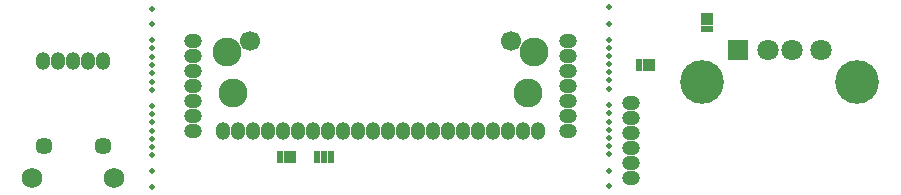
<source format=gbr>
G04 DipTrace 2.4.0.2*
%INBottomMask.gbr*%
%MOIN*%
%ADD44C,0.0669*%
%ADD45C,0.02*%
%ADD58R,0.04X0.024*%
%ADD60R,0.024X0.04*%
%ADD64O,0.0496X0.0592*%
%ADD66O,0.0592X0.0496*%
%ADD70C,0.0691*%
%ADD72C,0.0572*%
%ADD76C,0.1458*%
%ADD78C,0.071*%
%ADD80R,0.071X0.071*%
%ADD82C,0.0966*%
%FSLAX44Y44*%
G04*
G70*
G90*
G75*
G01*
%LNBotMask*%
%LPD*%
D82*
X21483Y7337D3*
X11458Y8693D3*
X11665Y7346D3*
X21693Y8693D3*
D44*
X20909Y9087D3*
X12227D3*
D80*
X28508Y8758D3*
D78*
X29492D3*
X30279D3*
X31264D3*
D76*
X27299Y7691D3*
X32472D3*
D72*
X5346Y5568D3*
X7314D3*
D70*
X4952Y4505D3*
X7708D3*
D66*
X10318Y9068D3*
Y8568D3*
Y8068D3*
Y7568D3*
Y7068D3*
Y6568D3*
Y6068D3*
D64*
X11318D3*
X11818D3*
X12318D3*
X12818D3*
X13318D3*
X13818D3*
X14318D3*
X14818D3*
X15318D3*
X15818D3*
X16318D3*
X16818D3*
X17318D3*
X17818D3*
X18318D3*
X18818D3*
X19318D3*
X19818D3*
X20318D3*
X20818D3*
X21318D3*
X21818D3*
D66*
X22818D3*
Y6568D3*
Y7068D3*
Y7568D3*
Y8068D3*
Y8568D3*
Y9068D3*
D60*
X13663Y5193D3*
X13443D3*
X13223D3*
X14473D3*
X14693D3*
X14913D3*
D58*
X27443Y9473D3*
Y9693D3*
Y9913D3*
D45*
X24180Y9646D3*
Y5559D3*
Y6105D3*
Y5832D3*
Y4751D3*
Y5298D3*
Y8566D3*
Y9112D3*
Y8839D3*
Y7484D3*
Y10193D3*
Y8031D3*
Y7758D3*
Y6677D3*
Y6950D3*
Y8304D3*
Y6378D3*
Y4239D3*
D66*
X24912Y7019D3*
Y6519D3*
Y6019D3*
Y5519D3*
Y5019D3*
Y4519D3*
D64*
X5318Y8414D3*
X5818D3*
X6318D3*
X6818D3*
X7318D3*
D60*
X25630Y8255D3*
X25410D3*
X25190D3*
D45*
X8955Y4740D3*
Y8827D3*
Y8281D3*
Y8554D3*
Y9635D3*
Y9088D3*
Y5820D3*
Y5274D3*
Y5547D3*
Y6902D3*
Y4193D3*
Y6355D3*
Y6628D3*
Y7709D3*
Y7436D3*
Y6082D3*
Y8008D3*
Y10147D3*
M02*

</source>
